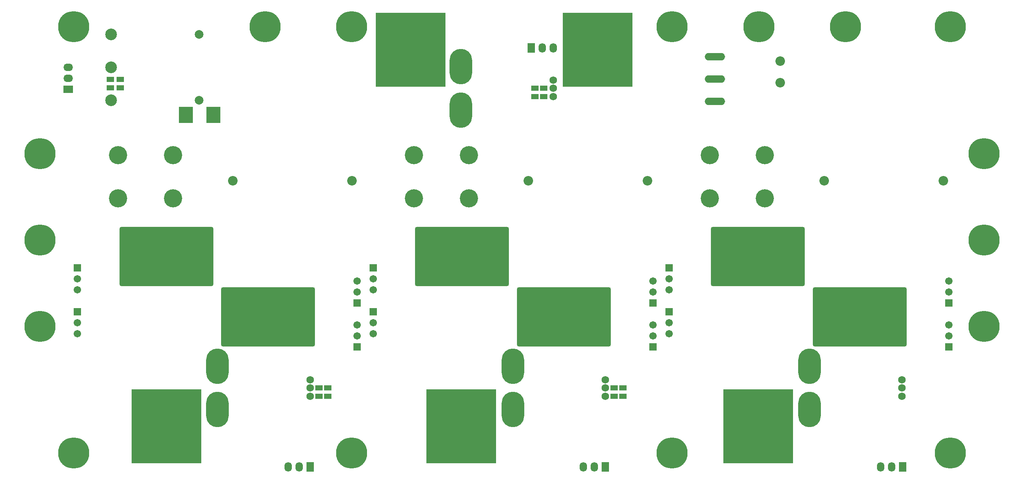
<source format=gbs>
G04 Layer_Color=16711935*
%FSLAX44Y44*%
%MOMM*%
G71*
G01*
G75*
G04:AMPARAMS|DCode=40|XSize=21.7032mm|YSize=13.7032mm|CornerRadius=0.4391mm|HoleSize=0mm|Usage=FLASHONLY|Rotation=180.000|XOffset=0mm|YOffset=0mm|HoleType=Round|Shape=RoundedRectangle|*
%AMROUNDEDRECTD40*
21,1,21.7032,12.8250,0,0,180.0*
21,1,20.8250,13.7032,0,0,180.0*
1,1,0.8782,-10.4125,6.4125*
1,1,0.8782,10.4125,6.4125*
1,1,0.8782,10.4125,-6.4125*
1,1,0.8782,-10.4125,-6.4125*
%
%ADD40ROUNDEDRECTD40*%
%ADD42R,1.7232X1.3032*%
%ADD43R,16.2052X17.0942*%
%ADD44C,7.2032*%
%ADD45R,2.2032X1.7032*%
%ADD46O,2.2032X1.7032*%
%ADD47C,2.7032*%
%ADD48C,2.0032*%
%ADD49R,1.7032X1.7032*%
%ADD50C,1.7032*%
%ADD51O,5.2032X8.2032*%
%ADD52C,1.7272*%
%ADD53C,4.2032*%
%ADD54C,2.2032*%
%ADD55R,1.7032X2.2032*%
%ADD56O,1.7032X2.2032*%
%ADD57O,4.7032X1.7032*%
%ADD58C,1.0032*%
%ADD59C,0.8032*%
%ADD60R,3.2032X3.7032*%
D40*
X1815833Y315290D02*
D03*
X1132572D02*
D03*
X449183D02*
D03*
X1580623Y454990D02*
D03*
X897303D02*
D03*
X214233D02*
D03*
D42*
X1268730Y130970D02*
D03*
Y150970D02*
D03*
X1248410Y130970D02*
D03*
Y150970D02*
D03*
X1065530Y824390D02*
D03*
Y844390D02*
D03*
X1085850Y824390D02*
D03*
Y844390D02*
D03*
X586740Y130970D02*
D03*
Y150970D02*
D03*
X566420Y130970D02*
D03*
Y150970D02*
D03*
X107950Y864710D02*
D03*
Y844710D02*
D03*
X85090Y864710D02*
D03*
Y844710D02*
D03*
D43*
X1210310Y932750D02*
D03*
X1581100Y61894D02*
D03*
X895300Y61895D02*
D03*
X214183Y61894D02*
D03*
X778460Y932750D02*
D03*
D44*
X0Y986000D02*
D03*
X-77500Y693000D02*
D03*
Y493000D02*
D03*
Y293000D02*
D03*
X0Y0D02*
D03*
X642500D02*
D03*
X1382500D02*
D03*
X2025000D02*
D03*
X2102500Y293000D02*
D03*
Y493000D02*
D03*
Y693000D02*
D03*
X2025000Y986000D02*
D03*
X1782500D02*
D03*
X1582500D02*
D03*
X1382500D02*
D03*
X642500D02*
D03*
X442500D02*
D03*
D45*
X-12700Y842010D02*
D03*
D46*
Y867410D02*
D03*
Y892810D02*
D03*
D47*
X86360Y816606D02*
D03*
Y892810D02*
D03*
Y969010D02*
D03*
D48*
X289560Y816610D02*
D03*
Y969010D02*
D03*
D49*
X1338183Y347040D02*
D03*
Y245440D02*
D03*
X654793Y347040D02*
D03*
Y245440D02*
D03*
X691753Y326720D02*
D03*
Y428320D02*
D03*
X8622Y326720D02*
D03*
Y428320D02*
D03*
X1375013Y326720D02*
D03*
Y428320D02*
D03*
X2021443Y347040D02*
D03*
Y245440D02*
D03*
D50*
X1338183Y372440D02*
D03*
Y397840D02*
D03*
Y270840D02*
D03*
Y296240D02*
D03*
X654793Y372440D02*
D03*
Y397840D02*
D03*
Y270840D02*
D03*
Y296240D02*
D03*
X691753Y301320D02*
D03*
Y275920D02*
D03*
Y402920D02*
D03*
Y377520D02*
D03*
X8622Y301320D02*
D03*
Y275920D02*
D03*
Y402920D02*
D03*
Y377520D02*
D03*
X1375013Y301320D02*
D03*
Y275920D02*
D03*
Y402920D02*
D03*
Y377520D02*
D03*
X2021443Y372440D02*
D03*
Y397840D02*
D03*
Y270840D02*
D03*
Y296240D02*
D03*
D51*
X1699260Y100660D02*
D03*
Y200660D02*
D03*
X1014333Y100660D02*
D03*
Y200660D02*
D03*
X332343Y100660D02*
D03*
Y200660D02*
D03*
X894080Y793750D02*
D03*
Y893750D02*
D03*
D52*
X1913260Y131560D02*
D03*
Y169760D02*
D03*
Y150660D02*
D03*
X1228333Y131560D02*
D03*
Y169760D02*
D03*
Y150660D02*
D03*
X546343Y131560D02*
D03*
Y169760D02*
D03*
Y150660D02*
D03*
X1108080Y824650D02*
D03*
Y862850D02*
D03*
Y843750D02*
D03*
D53*
X1156920Y985460D02*
D03*
Y933360D02*
D03*
Y881260D02*
D03*
X1264920D02*
D03*
Y933360D02*
D03*
Y985460D02*
D03*
X1634490Y9190D02*
D03*
Y61290D02*
D03*
Y113390D02*
D03*
X1526490D02*
D03*
Y61290D02*
D03*
Y9190D02*
D03*
X948690D02*
D03*
Y61290D02*
D03*
Y113390D02*
D03*
X840690D02*
D03*
Y61290D02*
D03*
Y9190D02*
D03*
X267573D02*
D03*
Y61290D02*
D03*
Y113390D02*
D03*
X159573D02*
D03*
Y61290D02*
D03*
Y9190D02*
D03*
X831850Y880050D02*
D03*
Y932150D02*
D03*
Y984250D02*
D03*
X723850D02*
D03*
Y932150D02*
D03*
Y880050D02*
D03*
X1595993Y689140D02*
D03*
Y589140D02*
D03*
X229473Y689140D02*
D03*
Y589140D02*
D03*
X102747Y689140D02*
D03*
Y589140D02*
D03*
X785878Y689140D02*
D03*
Y589140D02*
D03*
X1469138Y689140D02*
D03*
Y589140D02*
D03*
X912733Y689140D02*
D03*
Y589140D02*
D03*
D54*
X2008743Y630250D02*
D03*
X1733743D02*
D03*
X1325483D02*
D03*
X1050483D02*
D03*
X642903D02*
D03*
X367903D02*
D03*
X1631950Y906780D02*
D03*
Y856780D02*
D03*
D55*
X546089Y-31750D02*
D03*
X1056640Y937260D02*
D03*
X1228079Y-31750D02*
D03*
X1914276D02*
D03*
D56*
X520689D02*
D03*
X495289D02*
D03*
X1082040Y937260D02*
D03*
X1107440D02*
D03*
X1202679Y-31750D02*
D03*
X1177279D02*
D03*
X1888876D02*
D03*
X1863476D02*
D03*
D57*
X1480820Y865340D02*
D03*
Y916940D02*
D03*
Y813740D02*
D03*
D58*
X1915383Y374980D02*
D03*
X1909383Y362980D02*
D03*
X1915383Y350980D02*
D03*
X1909383Y338980D02*
D03*
X1915383Y326980D02*
D03*
X1909383Y314980D02*
D03*
X1915383Y302980D02*
D03*
X1909383Y290980D02*
D03*
X1915383Y278980D02*
D03*
X1909383Y266980D02*
D03*
X1915383Y254980D02*
D03*
X1903383Y374980D02*
D03*
X1897383Y362980D02*
D03*
X1903383Y350980D02*
D03*
X1897383Y338980D02*
D03*
X1903383Y326980D02*
D03*
X1897383Y314980D02*
D03*
X1903383Y302980D02*
D03*
X1897383Y290980D02*
D03*
X1903383Y278980D02*
D03*
X1897383Y266980D02*
D03*
X1903383Y254980D02*
D03*
X1891383Y374980D02*
D03*
X1885383Y362980D02*
D03*
X1891383Y350980D02*
D03*
X1885383Y338980D02*
D03*
X1891383Y326980D02*
D03*
X1885383Y314980D02*
D03*
X1891383Y302980D02*
D03*
X1885383Y290980D02*
D03*
X1891383Y278980D02*
D03*
X1885383Y266980D02*
D03*
X1891383Y254980D02*
D03*
X1879383Y374980D02*
D03*
X1873383Y362980D02*
D03*
X1879383Y350980D02*
D03*
X1873383Y338980D02*
D03*
X1879383Y326980D02*
D03*
X1873383Y314980D02*
D03*
X1879383Y302980D02*
D03*
X1873383Y290980D02*
D03*
X1879383Y278980D02*
D03*
X1873383Y266980D02*
D03*
X1879383Y254980D02*
D03*
X1867383Y374980D02*
D03*
X1861383Y362980D02*
D03*
X1867383Y350980D02*
D03*
X1861383Y338980D02*
D03*
X1867383Y326980D02*
D03*
X1861383Y314980D02*
D03*
X1867383Y302980D02*
D03*
X1861383Y290980D02*
D03*
X1867383Y278980D02*
D03*
X1861383Y266980D02*
D03*
X1867383Y254980D02*
D03*
X1855383Y374980D02*
D03*
X1849383Y362980D02*
D03*
X1855383Y350980D02*
D03*
X1849383Y338980D02*
D03*
X1855383Y326980D02*
D03*
X1849383Y314980D02*
D03*
X1855383Y302980D02*
D03*
X1849383Y290980D02*
D03*
X1855383Y278980D02*
D03*
X1849383Y266980D02*
D03*
X1855383Y254980D02*
D03*
X1843383Y374980D02*
D03*
X1837383Y362980D02*
D03*
X1843383Y350980D02*
D03*
X1837383Y338980D02*
D03*
X1843383Y326980D02*
D03*
X1837383Y314980D02*
D03*
X1843383Y302980D02*
D03*
X1837383Y290980D02*
D03*
X1843383Y278980D02*
D03*
X1837383Y266980D02*
D03*
X1843383Y254980D02*
D03*
X1831382Y374980D02*
D03*
X1825383Y362980D02*
D03*
X1831382Y350980D02*
D03*
X1825383Y338980D02*
D03*
X1831382Y326980D02*
D03*
X1825383Y314980D02*
D03*
X1831382Y302980D02*
D03*
X1825383Y290980D02*
D03*
X1831382Y278980D02*
D03*
X1825383Y266980D02*
D03*
X1831382Y254980D02*
D03*
X1819382Y374980D02*
D03*
X1813383Y362980D02*
D03*
X1819382Y350980D02*
D03*
X1813383Y338980D02*
D03*
X1819382Y326980D02*
D03*
X1813383Y314980D02*
D03*
X1819382Y302980D02*
D03*
X1813383Y290980D02*
D03*
X1819382Y278980D02*
D03*
X1813383Y266980D02*
D03*
X1819382Y254980D02*
D03*
X1807383Y374980D02*
D03*
X1801383Y362980D02*
D03*
X1807383Y350980D02*
D03*
X1801383Y338980D02*
D03*
X1807383Y326980D02*
D03*
X1801383Y314980D02*
D03*
X1807383Y302980D02*
D03*
X1801383Y290980D02*
D03*
X1807383Y278980D02*
D03*
X1801383Y266980D02*
D03*
X1807383Y254980D02*
D03*
X1795383Y374980D02*
D03*
X1789383Y362980D02*
D03*
X1795383Y350980D02*
D03*
X1789383Y338980D02*
D03*
X1795383Y326980D02*
D03*
X1789383Y314980D02*
D03*
X1795383Y302980D02*
D03*
X1789383Y290980D02*
D03*
X1795383Y278980D02*
D03*
X1789383Y266980D02*
D03*
X1795383Y254980D02*
D03*
X1783383Y374980D02*
D03*
X1777383Y362980D02*
D03*
X1783383Y350980D02*
D03*
X1777383Y338980D02*
D03*
X1783383Y326980D02*
D03*
X1777383Y314980D02*
D03*
X1783383Y302980D02*
D03*
X1777383Y290980D02*
D03*
X1783383Y278980D02*
D03*
X1777383Y266980D02*
D03*
X1783383Y254980D02*
D03*
X1771382Y374980D02*
D03*
X1765383Y362980D02*
D03*
X1771382Y350980D02*
D03*
X1765383Y338980D02*
D03*
X1771382Y326980D02*
D03*
X1765383Y314980D02*
D03*
X1771382Y302980D02*
D03*
X1765383Y290980D02*
D03*
X1771382Y278980D02*
D03*
X1765383Y266980D02*
D03*
X1771382Y254980D02*
D03*
X1759382Y374980D02*
D03*
X1753383Y362980D02*
D03*
X1759382Y350980D02*
D03*
X1753383Y338980D02*
D03*
X1759382Y326980D02*
D03*
X1753383Y314980D02*
D03*
X1759382Y302980D02*
D03*
X1753383Y290980D02*
D03*
X1759382Y278980D02*
D03*
X1753383Y266980D02*
D03*
X1759382Y254980D02*
D03*
X1722833Y254820D02*
D03*
X1716833Y266820D02*
D03*
X1722833Y278820D02*
D03*
X1716833Y290820D02*
D03*
X1722833Y302820D02*
D03*
X1716833Y314820D02*
D03*
X1722833Y326820D02*
D03*
X1716833Y338820D02*
D03*
X1722833Y350820D02*
D03*
X1716833Y362820D02*
D03*
X1722833Y374820D02*
D03*
X1734833Y254820D02*
D03*
X1728833Y266820D02*
D03*
X1734833Y278820D02*
D03*
X1728833Y290820D02*
D03*
X1734833Y302820D02*
D03*
X1728833Y314820D02*
D03*
X1734833Y326820D02*
D03*
X1728833Y338820D02*
D03*
X1734833Y350820D02*
D03*
X1728833Y362820D02*
D03*
X1734833Y374820D02*
D03*
X1746833Y254820D02*
D03*
X1740833Y266820D02*
D03*
X1746833Y278820D02*
D03*
X1740833Y290820D02*
D03*
X1746833Y302820D02*
D03*
X1740833Y314820D02*
D03*
X1746833Y326820D02*
D03*
X1740833Y338820D02*
D03*
X1746833Y350820D02*
D03*
X1740833Y362820D02*
D03*
X1746833Y374820D02*
D03*
X1232123Y374980D02*
D03*
X1226123Y362980D02*
D03*
X1232123Y350980D02*
D03*
X1226123Y338980D02*
D03*
X1232123Y326980D02*
D03*
X1226123Y314980D02*
D03*
X1232123Y302980D02*
D03*
X1226123Y290980D02*
D03*
X1232123Y278980D02*
D03*
X1226123Y266980D02*
D03*
X1232123Y254980D02*
D03*
X1220123Y374980D02*
D03*
X1214123Y362980D02*
D03*
X1220123Y350980D02*
D03*
X1214123Y338980D02*
D03*
X1220123Y326980D02*
D03*
X1214123Y314980D02*
D03*
X1220123Y302980D02*
D03*
X1214123Y290980D02*
D03*
X1220123Y278980D02*
D03*
X1214123Y266980D02*
D03*
X1220123Y254980D02*
D03*
X1208123Y374980D02*
D03*
X1202123Y362980D02*
D03*
X1208123Y350980D02*
D03*
X1202123Y338980D02*
D03*
X1208123Y326980D02*
D03*
X1202123Y314980D02*
D03*
X1208123Y302980D02*
D03*
X1202123Y290980D02*
D03*
X1208123Y278980D02*
D03*
X1202123Y266980D02*
D03*
X1208123Y254980D02*
D03*
X1196123Y374980D02*
D03*
X1190123Y362980D02*
D03*
X1196123Y350980D02*
D03*
X1190123Y338980D02*
D03*
X1196123Y326980D02*
D03*
X1190123Y314980D02*
D03*
X1196123Y302980D02*
D03*
X1190123Y290980D02*
D03*
X1196123Y278980D02*
D03*
X1190123Y266980D02*
D03*
X1196123Y254980D02*
D03*
X1184122Y374980D02*
D03*
X1178123Y362980D02*
D03*
X1184122Y350980D02*
D03*
X1178123Y338980D02*
D03*
X1184122Y326980D02*
D03*
X1178123Y314980D02*
D03*
X1184122Y302980D02*
D03*
X1178123Y290980D02*
D03*
X1184122Y278980D02*
D03*
X1178123Y266980D02*
D03*
X1184122Y254980D02*
D03*
X1172122Y374980D02*
D03*
X1166123Y362980D02*
D03*
X1172122Y350980D02*
D03*
X1166123Y338980D02*
D03*
X1172122Y326980D02*
D03*
X1166123Y314980D02*
D03*
X1172122Y302980D02*
D03*
X1166123Y290980D02*
D03*
X1172122Y278980D02*
D03*
X1166123Y266980D02*
D03*
X1172122Y254980D02*
D03*
X1160123Y374980D02*
D03*
X1154123Y362980D02*
D03*
X1160123Y350980D02*
D03*
X1154123Y338980D02*
D03*
X1160123Y326980D02*
D03*
X1154123Y314980D02*
D03*
X1160123Y302980D02*
D03*
X1154123Y290980D02*
D03*
X1160123Y278980D02*
D03*
X1154123Y266980D02*
D03*
X1160123Y254980D02*
D03*
X1148122Y374980D02*
D03*
X1142123Y362980D02*
D03*
X1148122Y350980D02*
D03*
X1142123Y338980D02*
D03*
X1148122Y326980D02*
D03*
X1142123Y314980D02*
D03*
X1148122Y302980D02*
D03*
X1142123Y290980D02*
D03*
X1148122Y278980D02*
D03*
X1142123Y266980D02*
D03*
X1148122Y254980D02*
D03*
X1136123Y374980D02*
D03*
X1130123Y362980D02*
D03*
X1136123Y350980D02*
D03*
X1130123Y338980D02*
D03*
X1136123Y326980D02*
D03*
X1130123Y314980D02*
D03*
X1136123Y302980D02*
D03*
X1130123Y290980D02*
D03*
X1136123Y278980D02*
D03*
X1130123Y266980D02*
D03*
X1136123Y254980D02*
D03*
X1124122Y374980D02*
D03*
X1118123Y362980D02*
D03*
X1124122Y350980D02*
D03*
X1118123Y338980D02*
D03*
X1124122Y326980D02*
D03*
X1118123Y314980D02*
D03*
X1124122Y302980D02*
D03*
X1118123Y290980D02*
D03*
X1124122Y278980D02*
D03*
X1118123Y266980D02*
D03*
X1124122Y254980D02*
D03*
X1112122Y374980D02*
D03*
X1106123Y362980D02*
D03*
X1112122Y350980D02*
D03*
X1106123Y338980D02*
D03*
X1112122Y326980D02*
D03*
X1106123Y314980D02*
D03*
X1112122Y302980D02*
D03*
X1106123Y290980D02*
D03*
X1112122Y278980D02*
D03*
X1106123Y266980D02*
D03*
X1112122Y254980D02*
D03*
X1100123Y374980D02*
D03*
X1094123Y362980D02*
D03*
X1100123Y350980D02*
D03*
X1094123Y338980D02*
D03*
X1100123Y326980D02*
D03*
X1094123Y314980D02*
D03*
X1100123Y302980D02*
D03*
X1094123Y290980D02*
D03*
X1100123Y278980D02*
D03*
X1094123Y266980D02*
D03*
X1100123Y254980D02*
D03*
X1088122Y374980D02*
D03*
X1082122Y362980D02*
D03*
X1088122Y350980D02*
D03*
X1082122Y338980D02*
D03*
X1088122Y326980D02*
D03*
X1082122Y314980D02*
D03*
X1088122Y302980D02*
D03*
X1082122Y290980D02*
D03*
X1088122Y278980D02*
D03*
X1082122Y266980D02*
D03*
X1088122Y254980D02*
D03*
X1076123Y374980D02*
D03*
X1070123Y362980D02*
D03*
X1076123Y350980D02*
D03*
X1070123Y338980D02*
D03*
X1076123Y326980D02*
D03*
X1070123Y314980D02*
D03*
X1076123Y302980D02*
D03*
X1070123Y290980D02*
D03*
X1076123Y278980D02*
D03*
X1070123Y266980D02*
D03*
X1076123Y254980D02*
D03*
X1039573Y254820D02*
D03*
X1033573Y266820D02*
D03*
X1039573Y278820D02*
D03*
X1033573Y290820D02*
D03*
X1039573Y302820D02*
D03*
X1033573Y314820D02*
D03*
X1039573Y326820D02*
D03*
X1033573Y338820D02*
D03*
X1039573Y350820D02*
D03*
X1033573Y362820D02*
D03*
X1039573Y374820D02*
D03*
X1051573Y254820D02*
D03*
X1045573Y266820D02*
D03*
X1051573Y278820D02*
D03*
X1045573Y290820D02*
D03*
X1051573Y302820D02*
D03*
X1045573Y314820D02*
D03*
X1051573Y326820D02*
D03*
X1045573Y338820D02*
D03*
X1051573Y350820D02*
D03*
X1045573Y362820D02*
D03*
X1051573Y374820D02*
D03*
X1063573Y254820D02*
D03*
X1057573Y266820D02*
D03*
X1063573Y278820D02*
D03*
X1057573Y290820D02*
D03*
X1063573Y302820D02*
D03*
X1057573Y314820D02*
D03*
X1063573Y326820D02*
D03*
X1057573Y338820D02*
D03*
X1063573Y350820D02*
D03*
X1057573Y362820D02*
D03*
X1063573Y374820D02*
D03*
X548733Y374980D02*
D03*
X542733Y362980D02*
D03*
X548733Y350980D02*
D03*
X542733Y338980D02*
D03*
X548733Y326980D02*
D03*
X542733Y314980D02*
D03*
X548733Y302980D02*
D03*
X542733Y290980D02*
D03*
X548733Y278980D02*
D03*
X542733Y266980D02*
D03*
X548733Y254980D02*
D03*
X536733Y374980D02*
D03*
X530733Y362980D02*
D03*
X536733Y350980D02*
D03*
X530733Y338980D02*
D03*
X536733Y326980D02*
D03*
X530733Y314980D02*
D03*
X536733Y302980D02*
D03*
X530733Y290980D02*
D03*
X536733Y278980D02*
D03*
X530733Y266980D02*
D03*
X536733Y254980D02*
D03*
X524733Y374980D02*
D03*
X518733Y362980D02*
D03*
X524733Y350980D02*
D03*
X518733Y338980D02*
D03*
X524733Y326980D02*
D03*
X518733Y314980D02*
D03*
X524733Y302980D02*
D03*
X518733Y290980D02*
D03*
X524733Y278980D02*
D03*
X518733Y266980D02*
D03*
X524733Y254980D02*
D03*
X512733Y374980D02*
D03*
X506733Y362980D02*
D03*
X512733Y350980D02*
D03*
X506733Y338980D02*
D03*
X512733Y326980D02*
D03*
X506733Y314980D02*
D03*
X512733Y302980D02*
D03*
X506733Y290980D02*
D03*
X512733Y278980D02*
D03*
X506733Y266980D02*
D03*
X512733Y254980D02*
D03*
X500733Y374980D02*
D03*
X494733Y362980D02*
D03*
X500733Y350980D02*
D03*
X494733Y338980D02*
D03*
X500733Y326980D02*
D03*
X494733Y314980D02*
D03*
X500733Y302980D02*
D03*
X494733Y290980D02*
D03*
X500733Y278980D02*
D03*
X494733Y266980D02*
D03*
X500733Y254980D02*
D03*
X488733Y374980D02*
D03*
X482733Y362980D02*
D03*
X488733Y350980D02*
D03*
X482733Y338980D02*
D03*
X488733Y326980D02*
D03*
X482733Y314980D02*
D03*
X488733Y302980D02*
D03*
X482733Y290980D02*
D03*
X488733Y278980D02*
D03*
X482733Y266980D02*
D03*
X488733Y254980D02*
D03*
X476733Y374980D02*
D03*
X470733Y362980D02*
D03*
X476733Y350980D02*
D03*
X470733Y338980D02*
D03*
X476733Y326980D02*
D03*
X470733Y314980D02*
D03*
X476733Y302980D02*
D03*
X470733Y290980D02*
D03*
X476733Y278980D02*
D03*
X470733Y266980D02*
D03*
X476733Y254980D02*
D03*
X464733Y374980D02*
D03*
X458733Y362980D02*
D03*
X464733Y350980D02*
D03*
X458733Y338980D02*
D03*
X464733Y326980D02*
D03*
X458733Y314980D02*
D03*
X464733Y302980D02*
D03*
X458733Y290980D02*
D03*
X464733Y278980D02*
D03*
X458733Y266980D02*
D03*
X464733Y254980D02*
D03*
X452733Y374980D02*
D03*
X446733Y362980D02*
D03*
X452733Y350980D02*
D03*
X446733Y338980D02*
D03*
X452733Y326980D02*
D03*
X446733Y314980D02*
D03*
X452733Y302980D02*
D03*
X446733Y290980D02*
D03*
X452733Y278980D02*
D03*
X446733Y266980D02*
D03*
X452733Y254980D02*
D03*
X440733Y374980D02*
D03*
X434733Y362980D02*
D03*
X440733Y350980D02*
D03*
X434733Y338980D02*
D03*
X440733Y326980D02*
D03*
X434733Y314980D02*
D03*
X440733Y302980D02*
D03*
X434733Y290980D02*
D03*
X440733Y278980D02*
D03*
X434733Y266980D02*
D03*
X440733Y254980D02*
D03*
X428733Y374980D02*
D03*
X422733Y362980D02*
D03*
X428733Y350980D02*
D03*
X422733Y338980D02*
D03*
X428733Y326980D02*
D03*
X422733Y314980D02*
D03*
X428733Y302980D02*
D03*
X422733Y290980D02*
D03*
X428733Y278980D02*
D03*
X422733Y266980D02*
D03*
X428733Y254980D02*
D03*
X416733Y374980D02*
D03*
X410733Y362980D02*
D03*
X416733Y350980D02*
D03*
X410733Y338980D02*
D03*
X416733Y326980D02*
D03*
X410733Y314980D02*
D03*
X416733Y302980D02*
D03*
X410733Y290980D02*
D03*
X416733Y278980D02*
D03*
X410733Y266980D02*
D03*
X416733Y254980D02*
D03*
X404733Y374980D02*
D03*
X398733Y362980D02*
D03*
X404733Y350980D02*
D03*
X398733Y338980D02*
D03*
X404733Y326980D02*
D03*
X398733Y314980D02*
D03*
X404733Y302980D02*
D03*
X398733Y290980D02*
D03*
X404733Y278980D02*
D03*
X398733Y266980D02*
D03*
X404733Y254980D02*
D03*
X392733Y374980D02*
D03*
X386733Y362980D02*
D03*
X392733Y350980D02*
D03*
X386733Y338980D02*
D03*
X392733Y326980D02*
D03*
X386733Y314980D02*
D03*
X392733Y302980D02*
D03*
X386733Y290980D02*
D03*
X392733Y278980D02*
D03*
X386733Y266980D02*
D03*
X392733Y254980D02*
D03*
X356183Y254820D02*
D03*
X350183Y266820D02*
D03*
X356183Y278820D02*
D03*
X350183Y290820D02*
D03*
X356183Y302820D02*
D03*
X350183Y314820D02*
D03*
X356183Y326820D02*
D03*
X350183Y338820D02*
D03*
X356183Y350820D02*
D03*
X350183Y362820D02*
D03*
X356183Y374820D02*
D03*
X368183Y254820D02*
D03*
X362183Y266820D02*
D03*
X368183Y278820D02*
D03*
X362183Y290820D02*
D03*
X368183Y302820D02*
D03*
X362183Y314820D02*
D03*
X368183Y326820D02*
D03*
X362183Y338820D02*
D03*
X368183Y350820D02*
D03*
X362183Y362820D02*
D03*
X368183Y374820D02*
D03*
X380183Y254820D02*
D03*
X374183Y266820D02*
D03*
X380183Y278820D02*
D03*
X374183Y290820D02*
D03*
X380183Y302820D02*
D03*
X374183Y314820D02*
D03*
X380183Y326820D02*
D03*
X374183Y338820D02*
D03*
X380183Y350820D02*
D03*
X374183Y362820D02*
D03*
X380183Y374820D02*
D03*
X1481073Y395300D02*
D03*
X1487073Y407300D02*
D03*
X1481073Y419300D02*
D03*
X1487073Y431300D02*
D03*
X1481073Y443300D02*
D03*
X1487073Y455300D02*
D03*
X1481073Y467300D02*
D03*
X1487073Y479300D02*
D03*
X1481073Y491300D02*
D03*
X1487073Y503300D02*
D03*
X1481073Y515300D02*
D03*
X1493073Y395300D02*
D03*
X1499073Y407300D02*
D03*
X1493073Y419300D02*
D03*
X1499073Y431300D02*
D03*
X1493073Y443300D02*
D03*
X1499073Y455300D02*
D03*
X1493073Y467300D02*
D03*
X1499073Y479300D02*
D03*
X1493073Y491300D02*
D03*
X1499073Y503300D02*
D03*
X1493073Y515300D02*
D03*
X1505073Y395300D02*
D03*
X1511073Y407300D02*
D03*
X1505073Y419300D02*
D03*
X1511073Y431300D02*
D03*
X1505073Y443300D02*
D03*
X1511073Y455300D02*
D03*
X1505073Y467300D02*
D03*
X1511073Y479300D02*
D03*
X1505073Y491300D02*
D03*
X1511073Y503300D02*
D03*
X1505073Y515300D02*
D03*
X1517073Y395300D02*
D03*
X1523073Y407300D02*
D03*
X1517073Y419300D02*
D03*
X1523073Y431300D02*
D03*
X1517073Y443300D02*
D03*
X1523073Y455300D02*
D03*
X1517073Y467300D02*
D03*
X1523073Y479300D02*
D03*
X1517073Y491300D02*
D03*
X1523073Y503300D02*
D03*
X1517073Y515300D02*
D03*
X1529073Y395300D02*
D03*
X1535073Y407300D02*
D03*
X1529073Y419300D02*
D03*
X1535073Y431300D02*
D03*
X1529073Y443300D02*
D03*
X1535073Y455300D02*
D03*
X1529073Y467300D02*
D03*
X1535073Y479300D02*
D03*
X1529073Y491300D02*
D03*
X1535073Y503300D02*
D03*
X1529073Y515300D02*
D03*
X1541073Y395300D02*
D03*
X1547073Y407300D02*
D03*
X1541073Y419300D02*
D03*
X1547073Y431300D02*
D03*
X1541073Y443300D02*
D03*
X1547073Y455300D02*
D03*
X1541073Y467300D02*
D03*
X1547073Y479300D02*
D03*
X1541073Y491300D02*
D03*
X1547073Y503300D02*
D03*
X1541073Y515300D02*
D03*
X1553073Y395300D02*
D03*
X1559073Y407300D02*
D03*
X1553073Y419300D02*
D03*
X1559073Y431300D02*
D03*
X1553073Y443300D02*
D03*
X1559073Y455300D02*
D03*
X1553073Y467300D02*
D03*
X1559073Y479300D02*
D03*
X1553073Y491300D02*
D03*
X1559073Y503300D02*
D03*
X1553073Y515300D02*
D03*
X1565074Y395300D02*
D03*
X1571073Y407300D02*
D03*
X1565074Y419300D02*
D03*
X1571073Y431300D02*
D03*
X1565074Y443300D02*
D03*
X1571073Y455300D02*
D03*
X1565074Y467300D02*
D03*
X1571073Y479300D02*
D03*
X1565074Y491300D02*
D03*
X1571073Y503300D02*
D03*
X1565074Y515300D02*
D03*
X1577074Y395300D02*
D03*
X1583073Y407300D02*
D03*
X1577074Y419300D02*
D03*
X1583073Y431300D02*
D03*
X1577074Y443300D02*
D03*
X1583073Y455300D02*
D03*
X1577074Y467300D02*
D03*
X1583073Y479300D02*
D03*
X1577074Y491300D02*
D03*
X1583073Y503300D02*
D03*
X1577074Y515300D02*
D03*
X1589073Y395300D02*
D03*
X1595073Y407300D02*
D03*
X1589073Y419300D02*
D03*
X1595073Y431300D02*
D03*
X1589073Y443300D02*
D03*
X1595073Y455300D02*
D03*
X1589073Y467300D02*
D03*
X1595073Y479300D02*
D03*
X1589073Y491300D02*
D03*
X1595073Y503300D02*
D03*
X1589073Y515300D02*
D03*
X1601073Y395300D02*
D03*
X1607073Y407300D02*
D03*
X1601073Y419300D02*
D03*
X1607073Y431300D02*
D03*
X1601073Y443300D02*
D03*
X1607073Y455300D02*
D03*
X1601073Y467300D02*
D03*
X1607073Y479300D02*
D03*
X1601073Y491300D02*
D03*
X1607073Y503300D02*
D03*
X1601073Y515300D02*
D03*
X1613073Y395300D02*
D03*
X1619073Y407300D02*
D03*
X1613073Y419300D02*
D03*
X1619073Y431300D02*
D03*
X1613073Y443300D02*
D03*
X1619073Y455300D02*
D03*
X1613073Y467300D02*
D03*
X1619073Y479300D02*
D03*
X1613073Y491300D02*
D03*
X1619073Y503300D02*
D03*
X1613073Y515300D02*
D03*
X1625074Y395300D02*
D03*
X1631073Y407300D02*
D03*
X1625074Y419300D02*
D03*
X1631073Y431300D02*
D03*
X1625074Y443300D02*
D03*
X1631073Y455300D02*
D03*
X1625074Y467300D02*
D03*
X1631073Y479300D02*
D03*
X1625074Y491300D02*
D03*
X1631073Y503300D02*
D03*
X1625074Y515300D02*
D03*
X1637074Y395300D02*
D03*
X1643073Y407300D02*
D03*
X1637074Y419300D02*
D03*
X1643073Y431300D02*
D03*
X1637074Y443300D02*
D03*
X1643073Y455300D02*
D03*
X1637074Y467300D02*
D03*
X1643073Y479300D02*
D03*
X1637074Y491300D02*
D03*
X1643073Y503300D02*
D03*
X1637074Y515300D02*
D03*
X1673623Y515460D02*
D03*
X1679623Y503460D02*
D03*
X1673623Y491460D02*
D03*
X1679623Y479460D02*
D03*
X1673623Y467460D02*
D03*
X1679623Y455460D02*
D03*
X1673623Y443460D02*
D03*
X1679623Y431460D02*
D03*
X1673623Y419460D02*
D03*
X1679623Y407460D02*
D03*
X1673623Y395460D02*
D03*
X1661623Y515460D02*
D03*
X1667623Y503460D02*
D03*
X1661623Y491460D02*
D03*
X1667623Y479460D02*
D03*
X1661623Y467460D02*
D03*
X1667623Y455460D02*
D03*
X1661623Y443460D02*
D03*
X1667623Y431460D02*
D03*
X1661623Y419460D02*
D03*
X1667623Y407460D02*
D03*
X1661623Y395460D02*
D03*
X1649623Y515460D02*
D03*
X1655623Y503460D02*
D03*
X1649623Y491460D02*
D03*
X1655623Y479460D02*
D03*
X1649623Y467460D02*
D03*
X1655623Y455460D02*
D03*
X1649623Y443460D02*
D03*
X1655623Y431460D02*
D03*
X1649623Y419460D02*
D03*
X1655623Y407460D02*
D03*
X1649623Y395460D02*
D03*
X797753Y395300D02*
D03*
X803753Y407300D02*
D03*
X797753Y419300D02*
D03*
X803753Y431300D02*
D03*
X797753Y443300D02*
D03*
X803753Y455300D02*
D03*
X797753Y467300D02*
D03*
X803753Y479300D02*
D03*
X797753Y491300D02*
D03*
X803753Y503300D02*
D03*
X797753Y515300D02*
D03*
X809753Y395300D02*
D03*
X815753Y407300D02*
D03*
X809753Y419300D02*
D03*
X815753Y431300D02*
D03*
X809753Y443300D02*
D03*
X815753Y455300D02*
D03*
X809753Y467300D02*
D03*
X815753Y479300D02*
D03*
X809753Y491300D02*
D03*
X815753Y503300D02*
D03*
X809753Y515300D02*
D03*
X821753Y395300D02*
D03*
X827753Y407300D02*
D03*
X821753Y419300D02*
D03*
X827753Y431300D02*
D03*
X821753Y443300D02*
D03*
X827753Y455300D02*
D03*
X821753Y467300D02*
D03*
X827753Y479300D02*
D03*
X821753Y491300D02*
D03*
X827753Y503300D02*
D03*
X821753Y515300D02*
D03*
X833754Y395300D02*
D03*
X839753Y407300D02*
D03*
X833754Y419300D02*
D03*
X839753Y431300D02*
D03*
X833754Y443300D02*
D03*
X839753Y455300D02*
D03*
X833754Y467300D02*
D03*
X839753Y479300D02*
D03*
X833754Y491300D02*
D03*
X839753Y503300D02*
D03*
X833754Y515300D02*
D03*
X845753Y395300D02*
D03*
X851753Y407300D02*
D03*
X845753Y419300D02*
D03*
X851753Y431300D02*
D03*
X845753Y443300D02*
D03*
X851753Y455300D02*
D03*
X845753Y467300D02*
D03*
X851753Y479300D02*
D03*
X845753Y491300D02*
D03*
X851753Y503300D02*
D03*
X845753Y515300D02*
D03*
X857754Y395300D02*
D03*
X863753Y407300D02*
D03*
X857754Y419300D02*
D03*
X863753Y431300D02*
D03*
X857754Y443300D02*
D03*
X863753Y455300D02*
D03*
X857754Y467300D02*
D03*
X863753Y479300D02*
D03*
X857754Y491300D02*
D03*
X863753Y503300D02*
D03*
X857754Y515300D02*
D03*
X869753Y395300D02*
D03*
X875753Y407300D02*
D03*
X869753Y419300D02*
D03*
X875753Y431300D02*
D03*
X869753Y443300D02*
D03*
X875753Y455300D02*
D03*
X869753Y467300D02*
D03*
X875753Y479300D02*
D03*
X869753Y491300D02*
D03*
X875753Y503300D02*
D03*
X869753Y515300D02*
D03*
X881753Y395300D02*
D03*
X887753Y407300D02*
D03*
X881753Y419300D02*
D03*
X887753Y431300D02*
D03*
X881753Y443300D02*
D03*
X887753Y455300D02*
D03*
X881753Y467300D02*
D03*
X887753Y479300D02*
D03*
X881753Y491300D02*
D03*
X887753Y503300D02*
D03*
X881753Y515300D02*
D03*
X893754Y395300D02*
D03*
X899753Y407300D02*
D03*
X893754Y419300D02*
D03*
X899753Y431300D02*
D03*
X893754Y443300D02*
D03*
X899753Y455300D02*
D03*
X893754Y467300D02*
D03*
X899753Y479300D02*
D03*
X893754Y491300D02*
D03*
X899753Y503300D02*
D03*
X893754Y515300D02*
D03*
X905753Y395300D02*
D03*
X911753Y407300D02*
D03*
X905753Y419300D02*
D03*
X911753Y431300D02*
D03*
X905753Y443300D02*
D03*
X911753Y455300D02*
D03*
X905753Y467300D02*
D03*
X911753Y479300D02*
D03*
X905753Y491300D02*
D03*
X911753Y503300D02*
D03*
X905753Y515300D02*
D03*
X917754Y395300D02*
D03*
X923753Y407300D02*
D03*
X917754Y419300D02*
D03*
X923753Y431300D02*
D03*
X917754Y443300D02*
D03*
X923753Y455300D02*
D03*
X917754Y467300D02*
D03*
X923753Y479300D02*
D03*
X917754Y491300D02*
D03*
X923753Y503300D02*
D03*
X917754Y515300D02*
D03*
X929753Y395300D02*
D03*
X935753Y407300D02*
D03*
X929753Y419300D02*
D03*
X935753Y431300D02*
D03*
X929753Y443300D02*
D03*
X935753Y455300D02*
D03*
X929753Y467300D02*
D03*
X935753Y479300D02*
D03*
X929753Y491300D02*
D03*
X935753Y503300D02*
D03*
X929753Y515300D02*
D03*
X941753Y395300D02*
D03*
X947754Y407300D02*
D03*
X941753Y419300D02*
D03*
X947754Y431300D02*
D03*
X941753Y443300D02*
D03*
X947754Y455300D02*
D03*
X941753Y467300D02*
D03*
X947754Y479300D02*
D03*
X941753Y491300D02*
D03*
X947754Y503300D02*
D03*
X941753Y515300D02*
D03*
X953754Y395300D02*
D03*
X959753Y407300D02*
D03*
X953754Y419300D02*
D03*
X959753Y431300D02*
D03*
X953754Y443300D02*
D03*
X959753Y455300D02*
D03*
X953754Y467300D02*
D03*
X959753Y479300D02*
D03*
X953754Y491300D02*
D03*
X959753Y503300D02*
D03*
X953754Y515300D02*
D03*
X990303Y515460D02*
D03*
X996303Y503460D02*
D03*
X990303Y491460D02*
D03*
X996303Y479460D02*
D03*
X990303Y467460D02*
D03*
X996303Y455460D02*
D03*
X990303Y443460D02*
D03*
X996303Y431460D02*
D03*
X990303Y419460D02*
D03*
X996303Y407460D02*
D03*
X990303Y395460D02*
D03*
X978303Y515460D02*
D03*
X984303Y503460D02*
D03*
X978303Y491460D02*
D03*
X984303Y479460D02*
D03*
X978303Y467460D02*
D03*
X984303Y455460D02*
D03*
X978303Y443460D02*
D03*
X984303Y431460D02*
D03*
X978303Y419460D02*
D03*
X984303Y407460D02*
D03*
X978303Y395460D02*
D03*
X966303Y515460D02*
D03*
X972303Y503460D02*
D03*
X966303Y491460D02*
D03*
X972303Y479460D02*
D03*
X966303Y467460D02*
D03*
X972303Y455460D02*
D03*
X966303Y443460D02*
D03*
X972303Y431460D02*
D03*
X966303Y419460D02*
D03*
X972303Y407460D02*
D03*
X966303Y395460D02*
D03*
X114683Y395300D02*
D03*
X120683Y407300D02*
D03*
X114683Y419300D02*
D03*
X120683Y431300D02*
D03*
X114683Y443300D02*
D03*
X120683Y455300D02*
D03*
X114683Y467300D02*
D03*
X120683Y479300D02*
D03*
X114683Y491300D02*
D03*
X120683Y503300D02*
D03*
X114683Y515300D02*
D03*
X126683Y395300D02*
D03*
X132683Y407300D02*
D03*
X126683Y419300D02*
D03*
X132683Y431300D02*
D03*
X126683Y443300D02*
D03*
X132683Y455300D02*
D03*
X126683Y467300D02*
D03*
X132683Y479300D02*
D03*
X126683Y491300D02*
D03*
X132683Y503300D02*
D03*
X126683Y515300D02*
D03*
X138683Y395300D02*
D03*
X144683Y407300D02*
D03*
X138683Y419300D02*
D03*
X144683Y431300D02*
D03*
X138683Y443300D02*
D03*
X144683Y455300D02*
D03*
X138683Y467300D02*
D03*
X144683Y479300D02*
D03*
X138683Y491300D02*
D03*
X144683Y503300D02*
D03*
X138683Y515300D02*
D03*
X150683Y395300D02*
D03*
X156683Y407300D02*
D03*
X150683Y419300D02*
D03*
X156683Y431300D02*
D03*
X150683Y443300D02*
D03*
X156683Y455300D02*
D03*
X150683Y467300D02*
D03*
X156683Y479300D02*
D03*
X150683Y491300D02*
D03*
X156683Y503300D02*
D03*
X150683Y515300D02*
D03*
X162683Y395300D02*
D03*
X168683Y407300D02*
D03*
X162683Y419300D02*
D03*
X168683Y431300D02*
D03*
X162683Y443300D02*
D03*
X168683Y455300D02*
D03*
X162683Y467300D02*
D03*
X168683Y479300D02*
D03*
X162683Y491300D02*
D03*
X168683Y503300D02*
D03*
X162683Y515300D02*
D03*
X174683Y395300D02*
D03*
X180683Y407300D02*
D03*
X174683Y419300D02*
D03*
X180683Y431300D02*
D03*
X174683Y443300D02*
D03*
X180683Y455300D02*
D03*
X174683Y467300D02*
D03*
X180683Y479300D02*
D03*
X174683Y491300D02*
D03*
X180683Y503300D02*
D03*
X174683Y515300D02*
D03*
X186683Y395300D02*
D03*
X192683Y407300D02*
D03*
X186683Y419300D02*
D03*
X192683Y431300D02*
D03*
X186683Y443300D02*
D03*
X192683Y455300D02*
D03*
X186683Y467300D02*
D03*
X192683Y479300D02*
D03*
X186683Y491300D02*
D03*
X192683Y503300D02*
D03*
X186683Y515300D02*
D03*
X198683Y395300D02*
D03*
X204683Y407300D02*
D03*
X198683Y419300D02*
D03*
X204683Y431300D02*
D03*
X198683Y443300D02*
D03*
X204683Y455300D02*
D03*
X198683Y467300D02*
D03*
X204683Y479300D02*
D03*
X198683Y491300D02*
D03*
X204683Y503300D02*
D03*
X198683Y515300D02*
D03*
X210683Y395300D02*
D03*
X216683Y407300D02*
D03*
X210683Y419300D02*
D03*
X216683Y431300D02*
D03*
X210683Y443300D02*
D03*
X216683Y455300D02*
D03*
X210683Y467300D02*
D03*
X216683Y479300D02*
D03*
X210683Y491300D02*
D03*
X216683Y503300D02*
D03*
X210683Y515300D02*
D03*
X222683Y395300D02*
D03*
X228683Y407300D02*
D03*
X222683Y419300D02*
D03*
X228683Y431300D02*
D03*
X222683Y443300D02*
D03*
X228683Y455300D02*
D03*
X222683Y467300D02*
D03*
X228683Y479300D02*
D03*
X222683Y491300D02*
D03*
X228683Y503300D02*
D03*
X222683Y515300D02*
D03*
X234683Y395300D02*
D03*
X240683Y407300D02*
D03*
X234683Y419300D02*
D03*
X240683Y431300D02*
D03*
X234683Y443300D02*
D03*
X240683Y455300D02*
D03*
X234683Y467300D02*
D03*
X240683Y479300D02*
D03*
X234683Y491300D02*
D03*
X240683Y503300D02*
D03*
X234683Y515300D02*
D03*
X246683Y395300D02*
D03*
X252683Y407300D02*
D03*
X246683Y419300D02*
D03*
X252683Y431300D02*
D03*
X246683Y443300D02*
D03*
X252683Y455300D02*
D03*
X246683Y467300D02*
D03*
X252683Y479300D02*
D03*
X246683Y491300D02*
D03*
X252683Y503300D02*
D03*
X246683Y515300D02*
D03*
X258683Y395300D02*
D03*
X264683Y407300D02*
D03*
X258683Y419300D02*
D03*
X264683Y431300D02*
D03*
X258683Y443300D02*
D03*
X264683Y455300D02*
D03*
X258683Y467300D02*
D03*
X264683Y479300D02*
D03*
X258683Y491300D02*
D03*
X264683Y503300D02*
D03*
X258683Y515300D02*
D03*
X270683Y395300D02*
D03*
X276683Y407300D02*
D03*
X270683Y419300D02*
D03*
X276683Y431300D02*
D03*
X270683Y443300D02*
D03*
X276683Y455300D02*
D03*
X270683Y467300D02*
D03*
X276683Y479300D02*
D03*
X270683Y491300D02*
D03*
X276683Y503300D02*
D03*
X270683Y515300D02*
D03*
X307233Y515460D02*
D03*
X313233Y503460D02*
D03*
X307233Y491460D02*
D03*
X313233Y479460D02*
D03*
X307233Y467460D02*
D03*
X313233Y455460D02*
D03*
X307233Y443460D02*
D03*
X313233Y431460D02*
D03*
X307233Y419460D02*
D03*
X313233Y407460D02*
D03*
X307233Y395460D02*
D03*
X295233Y515460D02*
D03*
X301233Y503460D02*
D03*
X295233Y491460D02*
D03*
X301233Y479460D02*
D03*
X295233Y467460D02*
D03*
X301233Y455460D02*
D03*
X295233Y443460D02*
D03*
X301233Y431460D02*
D03*
X295233Y419460D02*
D03*
X301233Y407460D02*
D03*
X295233Y395460D02*
D03*
X283233Y515460D02*
D03*
X289233Y503460D02*
D03*
X283233Y491460D02*
D03*
X289233Y479460D02*
D03*
X283233Y467460D02*
D03*
X289233Y455460D02*
D03*
X283233Y443460D02*
D03*
X289233Y431460D02*
D03*
X283233Y419460D02*
D03*
X289233Y407460D02*
D03*
X283233Y395460D02*
D03*
D59*
X1682260Y120660D02*
D03*
Y110660D02*
D03*
Y100660D02*
D03*
Y90660D02*
D03*
Y80660D02*
D03*
Y220660D02*
D03*
Y210660D02*
D03*
Y200660D02*
D03*
Y190660D02*
D03*
Y180660D02*
D03*
X1716260Y120660D02*
D03*
Y110660D02*
D03*
Y100660D02*
D03*
Y90660D02*
D03*
Y80660D02*
D03*
Y220660D02*
D03*
Y210660D02*
D03*
Y200660D02*
D03*
Y190660D02*
D03*
Y180660D02*
D03*
X1688260Y72660D02*
D03*
X1710260D02*
D03*
X1699260Y67660D02*
D03*
X1688260Y172660D02*
D03*
X1710260D02*
D03*
X1699260Y167660D02*
D03*
X1688260Y128660D02*
D03*
X1699260Y133660D02*
D03*
X1710260Y128660D02*
D03*
X1688260Y228660D02*
D03*
X1699260Y233660D02*
D03*
X1710260Y228660D02*
D03*
X997333Y120660D02*
D03*
Y110660D02*
D03*
Y100660D02*
D03*
Y90660D02*
D03*
Y80660D02*
D03*
Y220660D02*
D03*
Y210660D02*
D03*
Y200660D02*
D03*
Y190660D02*
D03*
Y180660D02*
D03*
X1031333Y120660D02*
D03*
Y110660D02*
D03*
Y100660D02*
D03*
Y90660D02*
D03*
Y80660D02*
D03*
Y220660D02*
D03*
Y210660D02*
D03*
Y200660D02*
D03*
Y190660D02*
D03*
Y180660D02*
D03*
X1003333Y72660D02*
D03*
X1025333D02*
D03*
X1014333Y67660D02*
D03*
X1003333Y172660D02*
D03*
X1025333D02*
D03*
X1014333Y167660D02*
D03*
X1003333Y128660D02*
D03*
X1014333Y133660D02*
D03*
X1025333Y128660D02*
D03*
X1003333Y228660D02*
D03*
X1014333Y233660D02*
D03*
X1025333Y228660D02*
D03*
X315343Y120660D02*
D03*
Y110660D02*
D03*
Y100660D02*
D03*
Y90660D02*
D03*
Y80660D02*
D03*
Y220660D02*
D03*
Y210660D02*
D03*
Y200660D02*
D03*
Y190660D02*
D03*
Y180660D02*
D03*
X349343Y120660D02*
D03*
Y110660D02*
D03*
Y100660D02*
D03*
Y90660D02*
D03*
Y80660D02*
D03*
Y220660D02*
D03*
Y210660D02*
D03*
Y200660D02*
D03*
Y190660D02*
D03*
Y180660D02*
D03*
X321343Y72660D02*
D03*
X343343D02*
D03*
X332343Y67660D02*
D03*
X321343Y172660D02*
D03*
X343343D02*
D03*
X332343Y167660D02*
D03*
X321343Y128660D02*
D03*
X332343Y133660D02*
D03*
X343343Y128660D02*
D03*
X321343Y228660D02*
D03*
X332343Y233660D02*
D03*
X343343Y228660D02*
D03*
X877080Y813750D02*
D03*
Y803750D02*
D03*
Y793750D02*
D03*
Y783750D02*
D03*
Y773750D02*
D03*
Y913750D02*
D03*
Y903750D02*
D03*
Y893750D02*
D03*
Y883750D02*
D03*
Y873750D02*
D03*
X911080Y813750D02*
D03*
Y803750D02*
D03*
Y793750D02*
D03*
Y783750D02*
D03*
Y773750D02*
D03*
Y913750D02*
D03*
Y903750D02*
D03*
Y893750D02*
D03*
Y883750D02*
D03*
Y873750D02*
D03*
X883080Y765750D02*
D03*
X905080D02*
D03*
X894080Y760750D02*
D03*
X883080Y865750D02*
D03*
X905080D02*
D03*
X894080Y860750D02*
D03*
X883080Y821750D02*
D03*
X894080Y826750D02*
D03*
X905080Y821750D02*
D03*
X883080Y921750D02*
D03*
X894080Y926750D02*
D03*
X905080Y921750D02*
D03*
D60*
X259080Y782320D02*
D03*
X323080D02*
D03*
M02*

</source>
